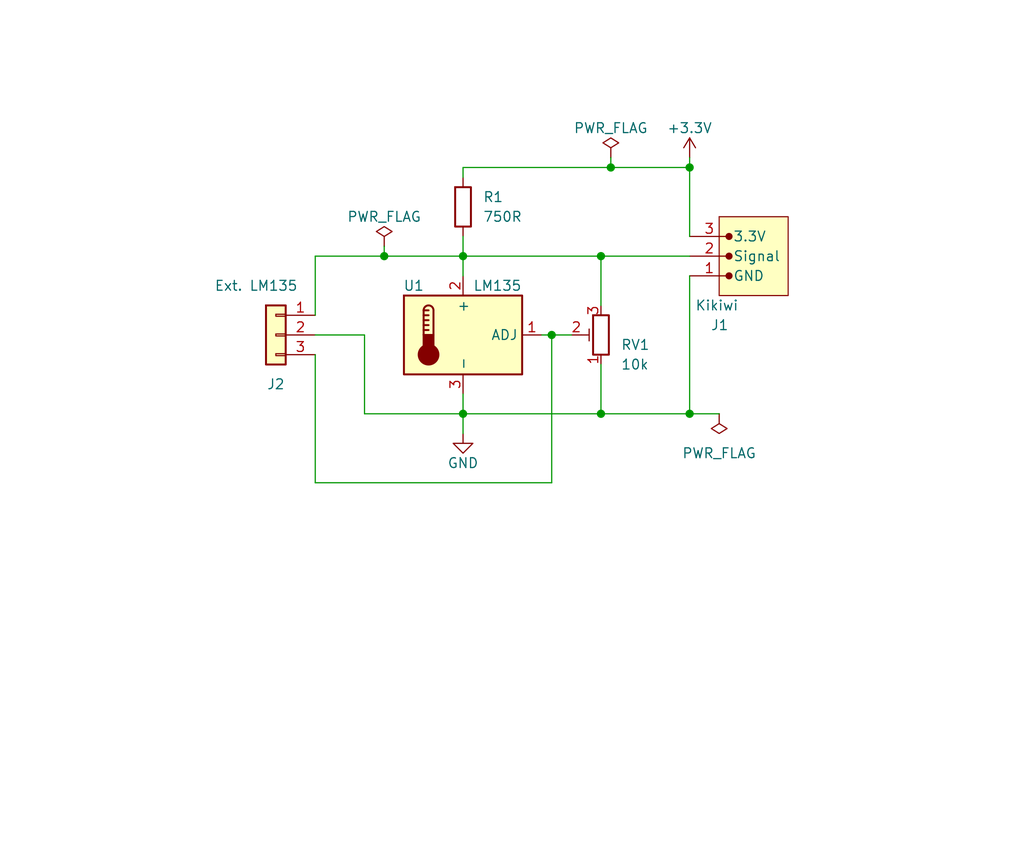
<source format=kicad_sch>
(kicad_sch (version 20230121) (generator eeschema)
  (paper "User" 132.004 110.007)
  (title_block (title "UBPE Temperature board 2024 (THT version)") (date "2024-01-10") (rev "1.3") (company "L0AD") (comment 1 "connected to CNES Kikiwi board, 3.3V") (comment 2 "LM135(A) temperature sensor"))
  (lib_symbols
    (symbol "Connector_Generic:Conn_01x03" (pin_names (offset 1.016) hide)
      (property "Reference" "J" (at 0 5.08 0))
      (property "Value" "Conn_01x03" (at 0 -5.08 0))
      (symbol "Conn_01x03_1_1"
        (rectangle (start -1.27 -2.413) (end 0 -2.667) (stroke (width 0.1524)))
        (rectangle (start -1.27 0.127) (end 0 -0.127) (stroke (width 0.1524)))
        (rectangle (start -1.27 2.667) (end 0 2.413) (stroke (width 0.1524)))
        (rectangle (start -1.27 3.81) (end 1.27 -3.81) (stroke (width 0.254)) (fill (type background)))
        (pin passive line (at -5.08 2.54 0) (length 3.81) (name "Pin_1") (number "1"))
        (pin passive line (at -5.08 0 0) (length 3.81) (name "Pin_2") (number "2"))
        (pin passive line (at -5.08 -2.54 0) (length 3.81) (name "Pin_3") (number "3"))
      )
    )
    (symbol "Device:R" (pin_numbers hide) (pin_names (offset 0))
      (property "Reference" "R" (at 2.032 0 90))
      (property "Value" "R" (at 0 0 90))
      (symbol "R_0_1"
        (rectangle (start -1.016 -2.54) (end 1.016 2.54) (stroke (width 0.254)))
      )
      (symbol "R_1_1"
        (pin passive line (at 0 3.81 270) (length 1.27) (name "~") (number "1"))
        (pin passive line (at 0 -3.81 90) (length 1.27) (name "~") (number "2"))
      )
    )
    (symbol "Device:R_Potentiometer_Trim" (pin_names (offset 1.016) hide)
      (property "Reference" "RV" (at -4.445 0 90))
      (property "Value" "R_Potentiometer_Trim" (at -2.54 0 90))
      (symbol "R_Potentiometer_Trim_0_1"
        (polyline (pts (xy 1.524 0.762) (xy 1.524 -0.762)))
        (polyline (pts (xy 2.54 0) (xy 1.524 0)))
        (rectangle (start 1.016 2.54) (end -1.016 -2.54) (stroke (width 0.254)))
      )
      (symbol "R_Potentiometer_Trim_1_1"
        (pin passive line (at 0 3.81 270) (length 1.27) (name "1") (number "1"))
        (pin passive line (at 3.81 0 180) (length 1.27) (name "2") (number "2"))
        (pin passive line (at 0 -3.81 90) (length 1.27) (name "3") (number "3"))
      )
    )
    (symbol "PCM_L0AD:JST_Kikiwi"
      (property "Reference" "J" (at 0 8.89 0))
      (property "Value" "Kikiwi" (at 1.27 6.35 0))
      (symbol "JST_Kikiwi_0_1"
        (circle (center -1.27 -2.54) (radius 0.381) (fill (type outline)))
        (circle (center -1.27 0) (radius 0.381) (fill (type outline)))
        (circle (center -1.27 2.54) (radius 0.381) (fill (type outline)))
      )
      (symbol "JST_Kikiwi_1_1"
        (rectangle (start -2.54 5.08) (end 6.35 -5.08) (fill (type background)))
        (pin passive line (at -6.35 -2.54 0) (length 5.08) (name "GND") (number "1"))
        (pin passive line (at -6.35 0 0) (length 5.08) (name "Signal") (number "2"))
        (pin passive line (at -6.35 2.54 0) (length 5.08) (name "3.3V") (number "3"))
      )
    )
    (symbol "PCM_L0AD:LM135"
      (property "Reference" "U" (at -6.35 6.35 0))
      (property "Value" "LM135" (at 1.27 6.35 0))
      (symbol "LM135_0_1"
        (rectangle (start -7.62 5.08) (end 7.62 -5.08) (stroke (width 0.254)) (fill (type background)))
        (circle (center -4.445 -2.54) (radius 1.27) (stroke (width 0.254)) (fill (type outline)))
        (rectangle (start -3.81 -1.905) (end -5.08 0) (stroke (width 0.254)) (fill (type outline)))
        (arc (start -3.81 3.175) (mid -4.445 3.8073) (end -5.08 3.175) (stroke (width 0.254)))
        (polyline (pts (xy -5.08 0.635) (xy -4.445 0.635)) (stroke (width 0.254)))
        (polyline (pts (xy -5.08 1.27) (xy -4.445 1.27)) (stroke (width 0.254)))
        (polyline (pts (xy -5.08 1.905) (xy -4.445 1.905)) (stroke (width 0.254)))
        (polyline (pts (xy -5.08 2.54) (xy -4.445 2.54)) (stroke (width 0.254)))
        (polyline (pts (xy -5.08 3.175) (xy -5.08 0)) (stroke (width 0.254)))
        (polyline (pts (xy -5.08 3.175) (xy -4.445 3.175)) (stroke (width 0.254)))
        (polyline (pts (xy -3.81 3.175) (xy -3.81 0)) (stroke (width 0.254)))
      )
      (symbol "LM135_1_1"
        (pin output line (at 10.16 0 180) (length 2.54) (name "ADJ") (number "1"))
        (pin power_in line (at 0 7.62 270) (length 2.54) (name "+") (number "2"))
        (pin power_in line (at 0 -7.62 90) (length 2.54) (name "-") (number "3"))
      )
    )
    (symbol "power:+3.3V" (power) (pin_names (offset 0))
      (property "Value" "+3.3V" (at 0 3.556 0))
      (symbol "+3.3V_0_1"
        (polyline (pts (xy -0.762 1.27) (xy 0 2.54)))
        (polyline (pts (xy 0 0) (xy 0 2.54)))
        (polyline (pts (xy 0 2.54) (xy 0.762 1.27)))
      )
      (symbol "+3.3V_1_1"
        (pin power_in line (at 0 0 90) (length 0) hide (name "+3.3V") (number "1"))
      )
    )
    (symbol "power:GND" (power) (pin_names (offset 0))
      (property "Value" "GND" (at 0 -3.81 0))
      (symbol "GND_0_1"
        (polyline (pts (xy 0 0) (xy 0 -1.27) (xy 1.27 -1.27) (xy 0 -2.54) (xy -1.27 -1.27) (xy 0 -1.27)))
      )
      (symbol "GND_1_1"
        (pin power_in line (at 0 0 270) (length 0) hide (name "GND") (number "1"))
      )
    )
    (symbol "power:PWR_FLAG" (power) (pin_numbers hide) (pin_names (offset 0) hide)
      (property "Value" "PWR_FLAG" (at 0 3.81 0))
      (symbol "PWR_FLAG_0_0"
        (pin power_out line (at 0 0 90) (length 0) (name "pwr") (number "1"))
      )
      (symbol "PWR_FLAG_0_1"
        (polyline (pts (xy 0 0) (xy 0 1.27) (xy -1.016 1.905) (xy 0 2.54) (xy 1.016 1.905) (xy 0 1.27)))
      )
    )
  )
  (junction (at 88.9 53.34))
  (junction (at 88.9 21.59))
  (junction (at 59.69 33.02))
  (junction (at 49.53 33.02))
  (junction (at 77.47 53.34))
  (junction (at 71.12 43.18))
  (junction (at 77.47 33.02))
  (junction (at 78.74 21.59))
  (junction (at 59.69 53.34))
  (wire (pts (xy 59.69 30.48) (xy 59.69 33.02)))
  (wire (pts (xy 88.9 53.34) (xy 92.71 53.34)))
  (wire (pts (xy 77.47 33.02) (xy 88.9 33.02)))
  (wire (pts (xy 46.99 43.18) (xy 46.99 53.34)))
  (wire (pts (xy 49.53 31.75) (xy 49.53 33.02)))
  (wire (pts (xy 40.64 62.23) (xy 71.12 62.23)))
  (wire (pts (xy 77.47 33.02) (xy 77.47 39.37)))
  (wire (pts (xy 49.53 33.02) (xy 59.69 33.02)))
  (wire (pts (xy 88.9 35.56) (xy 88.9 53.34)))
  (wire (pts (xy 59.69 33.02) (xy 59.69 35.56)))
  (wire (pts (xy 59.69 53.34) (xy 59.69 55.88)))
  (wire (pts (xy 40.64 43.18) (xy 46.99 43.18)))
  (wire (pts (xy 59.69 53.34) (xy 77.47 53.34)))
  (wire (pts (xy 77.47 46.99) (xy 77.47 53.34)))
  (wire (pts (xy 77.47 53.34) (xy 88.9 53.34)))
  (wire (pts (xy 59.69 21.59) (xy 78.74 21.59)))
  (wire (pts (xy 40.64 62.23) (xy 40.64 45.72)))
  (wire (pts (xy 59.69 50.8) (xy 59.69 53.34)))
  (wire (pts (xy 78.74 20.32) (xy 78.74 21.59)))
  (wire (pts (xy 71.12 62.23) (xy 71.12 43.18)))
  (wire (pts (xy 59.69 22.86) (xy 59.69 21.59)))
  (wire (pts (xy 59.69 33.02) (xy 77.47 33.02)))
  (wire (pts (xy 40.64 40.64) (xy 40.64 33.02)))
  (wire (pts (xy 78.74 21.59) (xy 88.9 21.59)))
  (wire (pts (xy 88.9 20.32) (xy 88.9 21.59)))
  (wire (pts (xy 40.64 33.02) (xy 49.53 33.02)))
  (wire (pts (xy 88.9 21.59) (xy 88.9 30.48)))
  (wire (pts (xy 71.12 43.18) (xy 73.66 43.18)))
  (wire (pts (xy 46.99 53.34) (xy 59.69 53.34)))
  (wire (pts (xy 69.85 43.18) (xy 71.12 43.18)))
  (symbol (lib_id "Device:R_Potentiometer_Trim") (at 77.47 43.18 180) (unit 1)
    (property "Reference" "RV1" (at 80.01 44.45 0) (effects (justify right)))
    (property "Value" "10k" (at 80.01 46.99 0) (effects (justify right)))
    (property "Footprint" "Potentiometer_THT:Potentiometer_Runtron_RM-065_Vertical" (effects hide))
  )
  (symbol (lib_id "power:PWR_FLAG") (at 92.71 53.34 180) (unit 1)
    (property "Reference" "#FLG01" (effects hide))
    (property "Value" "PWR_FLAG" (at 92.71 58.42 0))
  )
  (symbol (lib_id "PCM_L0AD:JST_Kikiwi") (at 95.25 33.02 0) (unit 1)
    (property "Reference" "J1" (at 93.98 41.91 0) (effects (justify right)))
    (property "Value" "Kikiwi" (at 95.25 39.37 0) (effects (justify right)))
    (property "Footprint" "Connector_JST:JST_XH_B3B-XH-A_1x03_P2.50mm_Vertical" (effects hide))
  )
  (symbol (lib_id "power:PWR_FLAG") (at 78.74 20.32 0) (unit 1)
    (property "Reference" "#FLG02" (effects hide))
    (property "Value" "PWR_FLAG" (at 78.74 16.51 0))
  )
  (symbol (lib_id "Connector_Generic:Conn_01x03") (at 35.56 43.18 0) (mirror y) (unit 1)
    (property "Reference" "J2" (at 35.56 49.53 0))
    (property "Value" "Ext. LM135" (at 33.02 36.83 0))
    (property "Footprint" "Connector_JST:JST_XH_B3B-XH-A_1x03_P2.50mm_Vertical" (effects hide))
  )
  (symbol (lib_id "power:GND") (at 59.69 55.88 0) (unit 1)
    (property "Reference" "#PWR01" (effects hide))
    (property "Value" "GND" (at 59.69 59.69 0))
  )
  (symbol (lib_id "PCM_L0AD:LM135") (at 59.69 43.18 0) (unit 1)
    (property "Reference" "U1" (at 53.34 36.83 0))
    (property "Value" "LM135" (at 60.96 36.83 0) (effects (justify left)))
    (property "Footprint" "Package_TO_SOT_THT:TO-92_Wide" (effects hide))
    (property "Datasheet" "http://www.ti.com/lit/ds/symlink/lm135.pdf" (effects hide))
  )
  (symbol (lib_id "power:+3.3V") (at 88.9 20.32 0) (unit 1)
    (property "Reference" "#PWR02" (effects hide))
    (property "Value" "+3.3V" (at 88.9 16.51 0))
  )
  (symbol (lib_id "power:PWR_FLAG") (at 49.53 31.75 0) (unit 1)
    (property "Reference" "#FLG03" (effects hide))
    (property "Value" "PWR_FLAG" (at 49.53 27.94 0))
  )
  (symbol (lib_id "Device:R") (at 59.69 26.67 180) (unit 1)
    (property "Reference" "R1" (at 62.23 25.4 0) (effects (justify right)))
    (property "Value" "750R" (at 62.23 27.94 0) (effects (justify right)))
    (property "Footprint" "Resistor_THT:R_Axial_DIN0207_L6.3mm_D2.5mm_P10.16mm_Horizontal" (effects hide))
  )
)
</source>
